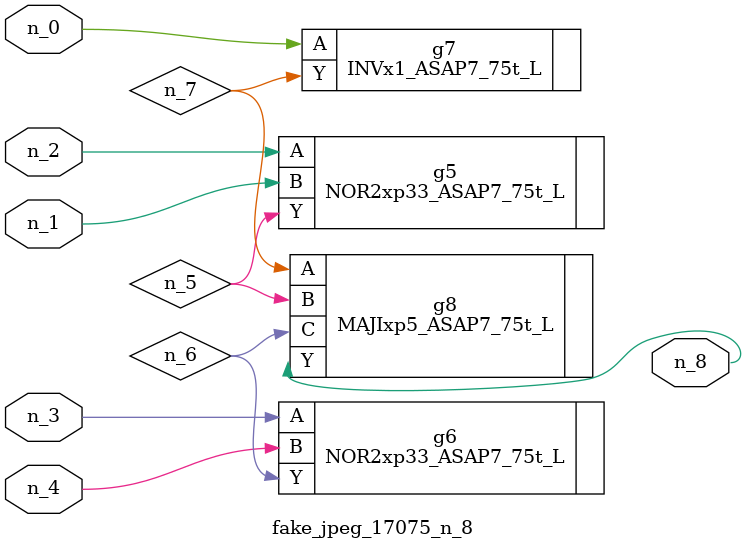
<source format=v>
module fake_jpeg_17075_n_8 (n_3, n_2, n_1, n_0, n_4, n_8);

input n_3;
input n_2;
input n_1;
input n_0;
input n_4;

output n_8;

wire n_6;
wire n_5;
wire n_7;

NOR2xp33_ASAP7_75t_L g5 ( 
.A(n_2),
.B(n_1),
.Y(n_5)
);

NOR2xp33_ASAP7_75t_L g6 ( 
.A(n_3),
.B(n_4),
.Y(n_6)
);

INVx1_ASAP7_75t_L g7 ( 
.A(n_0),
.Y(n_7)
);

MAJIxp5_ASAP7_75t_L g8 ( 
.A(n_7),
.B(n_5),
.C(n_6),
.Y(n_8)
);


endmodule
</source>
